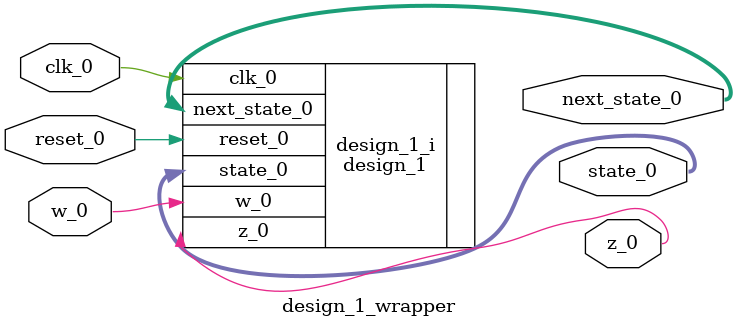
<source format=v>
`timescale 1 ps / 1 ps

module design_1_wrapper
   (clk_0,
    next_state_0,
    reset_0,
    state_0,
    w_0,
    z_0);
  input clk_0;
  output [1:0]next_state_0;
  input reset_0;
  output [1:0]state_0;
  input w_0;
  output z_0;

  wire clk_0;
  wire [1:0]next_state_0;
  wire reset_0;
  wire [1:0]state_0;
  wire w_0;
  wire z_0;

  design_1 design_1_i
       (.clk_0(clk_0),
        .next_state_0(next_state_0),
        .reset_0(reset_0),
        .state_0(state_0),
        .w_0(w_0),
        .z_0(z_0));
endmodule

</source>
